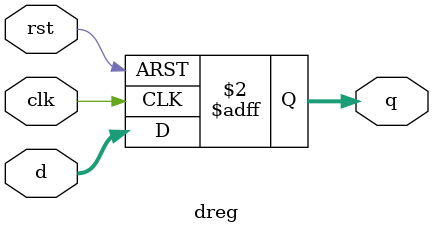
<source format=v>
module dreg # (parameter WIDTH = 32) (
        input  wire             clk,
        input  wire             rst,
        input  wire [WIDTH-1:0] d,
        output reg  [WIDTH-1:0] q
    );

    always @ (posedge clk, posedge rst) begin
        if (rst) q <= 0;
        else     q <= d;
    end
endmodule
</source>
